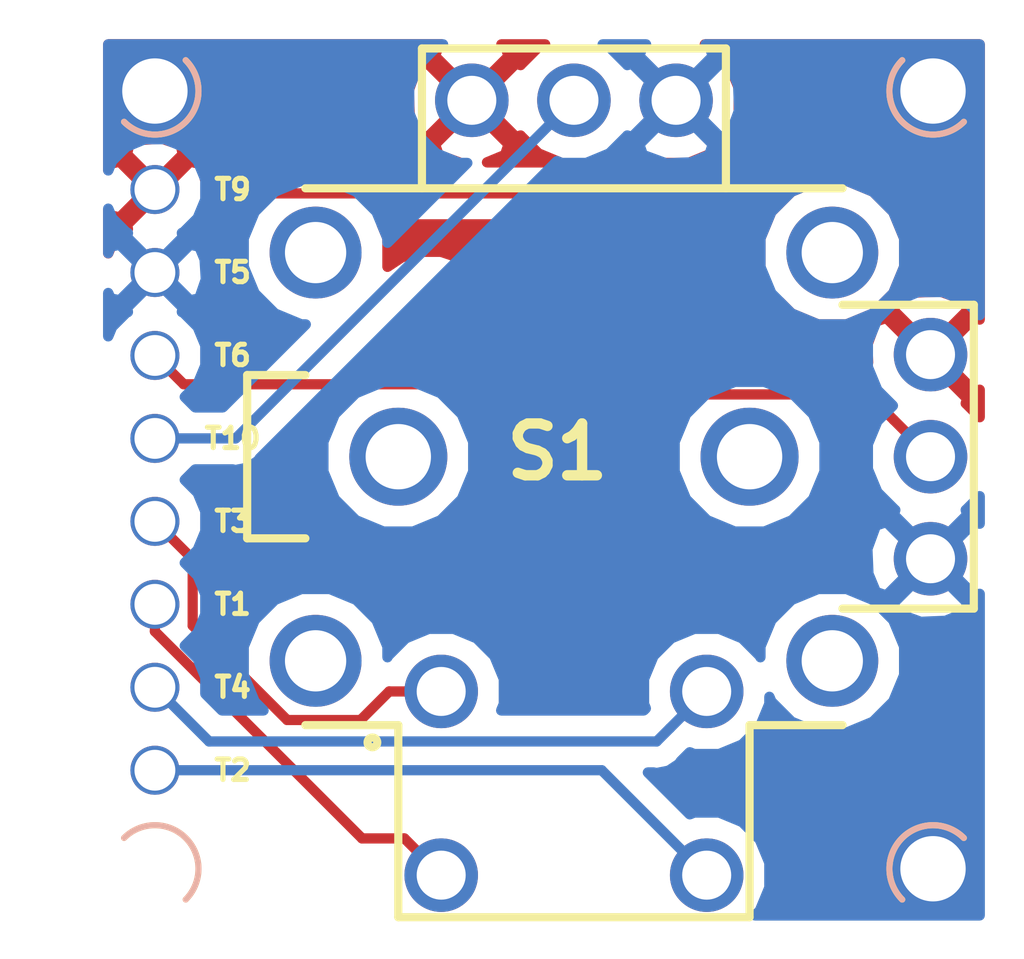
<source format=kicad_pcb>
(kicad_pcb (version 20171130) (host pcbnew "(5.0.1)-3")

  (general
    (thickness 1.6)
    (drawings 13)
    (tracks 30)
    (zones 0)
    (modules 13)
    (nets 9)
  )

  (page User 150.012 110.007)
  (layers
    (0 F.Cu signal)
    (31 B.Cu signal)
    (32 B.Adhes user)
    (33 F.Adhes user)
    (34 B.Paste user)
    (35 F.Paste user)
    (36 B.SilkS user)
    (37 F.SilkS user)
    (38 B.Mask user)
    (39 F.Mask user)
    (40 Dwgs.User user)
    (41 Cmts.User user)
    (42 Eco1.User user)
    (43 Eco2.User user)
    (44 Edge.Cuts user)
    (45 Margin user)
    (46 B.CrtYd user)
    (47 F.CrtYd user)
    (48 B.Fab user)
    (49 F.Fab user)
  )

  (setup
    (last_trace_width 0.25)
    (trace_clearance 0.2)
    (zone_clearance 0.508)
    (zone_45_only no)
    (trace_min 0.2)
    (segment_width 0.2)
    (edge_width 0.15)
    (via_size 0.8)
    (via_drill 0.4)
    (via_min_size 0.4)
    (via_min_drill 0.3)
    (uvia_size 0.3)
    (uvia_drill 0.1)
    (uvias_allowed no)
    (uvia_min_size 0.2)
    (uvia_min_drill 0.1)
    (pcb_text_width 0.3)
    (pcb_text_size 1.5 1.5)
    (mod_edge_width 0.15)
    (mod_text_size 1 1)
    (mod_text_width 0.15)
    (pad_size 1.524 1.524)
    (pad_drill 0.762)
    (pad_to_mask_clearance 0.051)
    (solder_mask_min_width 0.25)
    (aux_axis_origin 0 0)
    (visible_elements FFFFFF7F)
    (pcbplotparams
      (layerselection 0x010fc_ffffffff)
      (usegerberextensions false)
      (usegerberattributes false)
      (usegerberadvancedattributes false)
      (creategerberjobfile false)
      (excludeedgelayer true)
      (linewidth 0.100000)
      (plotframeref false)
      (viasonmask false)
      (mode 1)
      (useauxorigin false)
      (hpglpennumber 1)
      (hpglpenspeed 20)
      (hpglpendiameter 15.000000)
      (psnegative false)
      (psa4output false)
      (plotreference true)
      (plotvalue true)
      (plotinvisibletext false)
      (padsonsilk false)
      (subtractmaskfromsilk false)
      (outputformat 1)
      (mirror false)
      (drillshape 1)
      (scaleselection 1)
      (outputdirectory ""))
  )

  (net 0 "")
  (net 1 /A)
  (net 2 /B)
  (net 3 /C)
  (net 4 /D)
  (net 5 /1_1)
  (net 6 /2_1)
  (net 7 /3_1)
  (net 8 /2_2)

  (net_class Default "This is the default net class."
    (clearance 0.2)
    (trace_width 0.25)
    (via_dia 0.8)
    (via_drill 0.4)
    (uvia_dia 0.3)
    (uvia_drill 0.1)
    (add_net /1_1)
    (add_net /2_1)
    (add_net /2_2)
    (add_net /3_1)
    (add_net /A)
    (add_net /B)
    (add_net /C)
    (add_net /D)
  )

  (module WoodElf_Lib:Mount (layer F.Cu) (tedit 5CD595C9) (tstamp 5CFAB686)
    (at 76.454 30.988 315)
    (fp_text reference Mount (at 0 -1.397 315) (layer F.Fab)
      (effects (font (size 0.5 0.5) (thickness 0.125)))
    )
    (fp_text value Mount (at 0 -1.397 315) (layer F.Fab)
      (effects (font (size 0.5 0.5) (thickness 0.125)))
    )
    (fp_circle (center 0 0) (end 0.799999 0) (layer Dwgs.User) (width 0.05))
    (fp_circle (center 0 0) (end 1.57 0) (layer Dwgs.User) (width 0.055))
    (fp_arc (start 0 0) (end -1.066801 0) (angle -180) (layer F.SilkS) (width 0.15))
    (fp_arc (start 0 0) (end -1.066801 0) (angle -180) (layer B.SilkS) (width 0.15))
    (pad "" np_thru_hole circle (at 0 0 315) (size 1.6 1.6) (drill 1.6) (layers *.Cu *.Mask))
  )

  (module WoodElf_Lib:Mount (layer F.Cu) (tedit 5CD595C9) (tstamp 5CFAC361)
    (at 57.404 30.988 45)
    (fp_text reference Mount (at 0 -1.397 45) (layer F.Fab)
      (effects (font (size 0.5 0.5) (thickness 0.125)))
    )
    (fp_text value Mount (at 0 -1.397 45) (layer F.Fab)
      (effects (font (size 0.5 0.5) (thickness 0.125)))
    )
    (fp_circle (center 0 0) (end 0.799999 0) (layer Dwgs.User) (width 0.05))
    (fp_circle (center 0 0) (end 1.57 0) (layer Dwgs.User) (width 0.055))
    (fp_arc (start 0 0) (end -1.066801 0) (angle -180) (layer F.SilkS) (width 0.15))
    (fp_arc (start 0 0) (end -1.066801 0) (angle -180) (layer B.SilkS) (width 0.15))
    (pad "" np_thru_hole circle (at 0 0 45) (size 1.6 1.6) (drill 1.6) (layers *.Cu *.Mask))
  )

  (module WoodElf_Lib:Mount (layer F.Cu) (tedit 5CD595C9) (tstamp 5CFAC385)
    (at 57.404 50.038 135)
    (fp_text reference Mount (at 0 -1.397 135) (layer F.Fab)
      (effects (font (size 0.5 0.5) (thickness 0.125)))
    )
    (fp_text value Mount (at 0 -1.397 135) (layer F.Fab)
      (effects (font (size 0.5 0.5) (thickness 0.125)))
    )
    (fp_circle (center 0 0) (end 0.799999 0) (layer Dwgs.User) (width 0.05))
    (fp_circle (center 0 0) (end 1.57 0) (layer Dwgs.User) (width 0.055))
    (fp_arc (start 0 0) (end -1.066801 0) (angle -180) (layer F.SilkS) (width 0.15))
    (fp_arc (start 0 0) (end -1.066801 0) (angle -180) (layer B.SilkS) (width 0.15))
    (pad "" np_thru_hole circle (at 0 0 135) (size 1.6 1.6) (drill 1.6) (layers *.Cu *.Mask))
  )

  (module WoodElf_Lib:Mount (layer F.Cu) (tedit 5CD595C9) (tstamp 5CFAC3A1)
    (at 76.454 50.038 225)
    (fp_text reference Mount (at 0 -1.397 225) (layer F.Fab)
      (effects (font (size 0.5 0.5) (thickness 0.125)))
    )
    (fp_text value Mount (at 0 -1.397 225) (layer F.Fab)
      (effects (font (size 0.5 0.5) (thickness 0.125)))
    )
    (fp_circle (center 0 0) (end 0.799999 0) (layer Dwgs.User) (width 0.05))
    (fp_circle (center 0 0) (end 1.57 0) (layer Dwgs.User) (width 0.055))
    (fp_arc (start 0 0) (end -1.066801 0) (angle -180) (layer F.SilkS) (width 0.15))
    (fp_arc (start 0 0) (end -1.066801 0) (angle -180) (layer B.SilkS) (width 0.15))
    (pad "" np_thru_hole circle (at 0 0 225) (size 1.6 1.6) (drill 1.6) (layers *.Cu *.Mask))
  )

  (module SamacSys_Parts:RKJXV1224005 (layer F.Cu) (tedit 5CD58E29) (tstamp 5CFAC4FF)
    (at 67.663001 39.945001)
    (descr RKJXV1224005)
    (tags Switch)
    (path /5CD583E6)
    (fp_text reference S1 (at -0.406 -0.119) (layer F.SilkS)
      (effects (font (size 1.27 1.27) (thickness 0.254)))
    )
    (fp_text value RKJXV1224005 (at -0.406 -0.119) (layer F.SilkS) hide
      (effects (font (size 1.27 1.27) (thickness 0.254)))
    )
    (fp_text user %R (at -0.406 -0.119) (layer F.Fab)
      (effects (font (size 1.27 1.27) (thickness 0.254)))
    )
    (fp_line (start -6.575 -6.575) (end 6.575 -6.575) (layer F.Fab) (width 0.2))
    (fp_line (start 6.575 -6.575) (end 6.575 6.575) (layer F.Fab) (width 0.2))
    (fp_line (start 6.575 6.575) (end -6.575 6.575) (layer F.Fab) (width 0.2))
    (fp_line (start -6.575 6.575) (end -6.575 -6.575) (layer F.Fab) (width 0.2))
    (fp_line (start 6.575 -3.721) (end 9.79 -3.721) (layer F.Fab) (width 0.2))
    (fp_line (start 9.79 -3.721) (end 9.79 3.721) (layer F.Fab) (width 0.2))
    (fp_line (start 9.79 3.721) (end 6.575 3.721) (layer F.Fab) (width 0.2))
    (fp_line (start 3.721 -6.575) (end 3.721 -10) (layer F.Fab) (width 0.2))
    (fp_line (start 3.721 -10) (end -3.721 -10) (layer F.Fab) (width 0.2))
    (fp_line (start -3.721 -10) (end -3.721 -6.575) (layer F.Fab) (width 0.2))
    (fp_line (start -6.575 -2) (end -8 -2) (layer F.Fab) (width 0.2))
    (fp_line (start -8 -2) (end -8 2) (layer F.Fab) (width 0.2))
    (fp_line (start -8 2) (end -6.575 2) (layer F.Fab) (width 0.2))
    (fp_line (start -4.3 6.575) (end -4.3 11.28) (layer F.Fab) (width 0.2))
    (fp_line (start -4.3 11.28) (end 4.3 11.28) (layer F.Fab) (width 0.2))
    (fp_line (start 4.3 11.28) (end 4.3 6.575) (layer F.Fab) (width 0.2))
    (fp_line (start -4.3 6.575) (end -4.3 11.28) (layer F.SilkS) (width 0.2))
    (fp_line (start -4.3 11.28) (end 4.3 11.28) (layer F.SilkS) (width 0.2))
    (fp_line (start 4.3 11.28) (end 4.3 6.575) (layer F.SilkS) (width 0.2))
    (fp_line (start 4.3 6.575) (end 6.575 6.575) (layer F.SilkS) (width 0.2))
    (fp_line (start -6.575 -6.575) (end 6.575 -6.575) (layer F.SilkS) (width 0.2))
    (fp_line (start 3.721 -6.575) (end 3.721 -10) (layer F.SilkS) (width 0.2))
    (fp_line (start 3.721 -10) (end -3.721 -10) (layer F.SilkS) (width 0.2))
    (fp_line (start -3.721 -10) (end -3.721 -6.575) (layer F.SilkS) (width 0.2))
    (fp_line (start -6.575 -2) (end -8 -2) (layer F.SilkS) (width 0.2))
    (fp_line (start -8 -2) (end -8 2) (layer F.SilkS) (width 0.2))
    (fp_line (start -8 2) (end -6.575 2) (layer F.SilkS) (width 0.2))
    (fp_line (start 6.575 -3.721) (end 9.79 -3.721) (layer F.SilkS) (width 0.2))
    (fp_line (start 9.79 -3.721) (end 9.79 3.721) (layer F.SilkS) (width 0.2))
    (fp_line (start 9.79 3.721) (end 6.575 3.721) (layer F.SilkS) (width 0.2))
    (fp_line (start -4.3 6.575) (end -6.575 6.575) (layer F.SilkS) (width 0.2))
    (fp_circle (center -4.934 6.998) (end -4.934 7.1174) (layer F.SilkS) (width 0.2))
    (pad 1 thru_hole circle (at -3.25 5.75) (size 1.8 1.8) (drill 1.2) (layers *.Cu *.Mask)
      (net 1 /A))
    (pad 2 thru_hole circle (at -3.25 10.25) (size 1.8 1.8) (drill 1.2) (layers *.Cu *.Mask)
      (net 2 /B))
    (pad 3 thru_hole circle (at 3.25 5.75) (size 1.8 1.8) (drill 1.2) (layers *.Cu *.Mask)
      (net 3 /C))
    (pad 4 thru_hole circle (at 3.25 10.25) (size 1.8 1.8) (drill 1.2) (layers *.Cu *.Mask)
      (net 4 /D))
    (pad 5 thru_hole circle (at 8.73 2.5) (size 1.8 1.8) (drill 1.2) (layers *.Cu *.Mask)
      (net 5 /1_1))
    (pad 6 thru_hole circle (at 8.73 0) (size 1.8 1.8) (drill 1.2) (layers *.Cu *.Mask)
      (net 6 /2_1))
    (pad 7 thru_hole circle (at 8.73 -2.5) (size 1.8 1.8) (drill 1.2) (layers *.Cu *.Mask)
      (net 7 /3_1))
    (pad 8 thru_hole circle (at 2.5 -8.73) (size 1.8 1.8) (drill 1.2) (layers *.Cu *.Mask)
      (net 5 /1_1))
    (pad 9 thru_hole circle (at 0 -8.73) (size 1.8 1.8) (drill 1.2) (layers *.Cu *.Mask)
      (net 8 /2_2))
    (pad 10 thru_hole circle (at -2.5 -8.73) (size 1.8 1.8) (drill 1.2) (layers *.Cu *.Mask)
      (net 7 /3_1))
    (pad 11 thru_hole circle (at -6.325 -5) (size 2.25 2.25) (drill 1.5) (layers *.Cu *.Mask))
    (pad 12 thru_hole circle (at 6.325 -5) (size 2.25 2.25) (drill 1.5) (layers *.Cu *.Mask))
    (pad 13 thru_hole circle (at -4.3 0) (size 2.4 2.4) (drill 1.6) (layers *.Cu *.Mask))
    (pad 14 thru_hole circle (at 4.3 0) (size 2.4 2.4) (drill 1.6) (layers *.Cu *.Mask))
    (pad 15 thru_hole circle (at -6.325 5) (size 2.25 2.25) (drill 1.5) (layers *.Cu *.Mask))
    (pad 16 thru_hole circle (at 6.325 5) (size 2.25 2.25) (drill 1.5) (layers *.Cu *.Mask))
  )

  (module WoodElf_Lib:BlankThrough-Hole (layer F.Cu) (tedit 5C6FDFA1) (tstamp 5CEE8A45)
    (at 57.404 43.561)
    (path /5CD58818)
    (fp_text reference T1 (at 1.905 0) (layer F.SilkS)
      (effects (font (size 0.5 0.5) (thickness 0.125)))
    )
    (fp_text value BlankThrough-Hole (at 0 -1.016) (layer F.Fab)
      (effects (font (size 0.5 0.5) (thickness 0.125)))
    )
    (pad 1 thru_hole circle (at 0 0) (size 1.2 1.2) (drill 1) (layers *.Cu *.Mask)
      (net 2 /B) (solder_mask_margin 0.1) (clearance 0.1))
  )

  (module WoodElf_Lib:BlankThrough-Hole (layer F.Cu) (tedit 5C6FDFA1) (tstamp 5CEE8A4A)
    (at 57.404 47.625)
    (path /5CD58A3A)
    (fp_text reference T2 (at 1.905 0) (layer F.SilkS)
      (effects (font (size 0.5 0.5) (thickness 0.125)))
    )
    (fp_text value BlankThrough-Hole (at 0 -1.016) (layer F.Fab)
      (effects (font (size 0.5 0.5) (thickness 0.125)))
    )
    (pad 1 thru_hole circle (at 0 0) (size 1.2 1.2) (drill 1) (layers *.Cu *.Mask)
      (net 4 /D) (solder_mask_margin 0.1) (clearance 0.1))
  )

  (module WoodElf_Lib:BlankThrough-Hole (layer F.Cu) (tedit 5C6FDFA1) (tstamp 5CEE8A4F)
    (at 57.404 41.529)
    (path /5CD585D1)
    (fp_text reference T3 (at 1.905 0) (layer F.SilkS)
      (effects (font (size 0.5 0.5) (thickness 0.125)))
    )
    (fp_text value BlankThrough-Hole (at 0 -1.016) (layer F.Fab)
      (effects (font (size 0.5 0.5) (thickness 0.125)))
    )
    (pad 1 thru_hole circle (at 0 0) (size 1.2 1.2) (drill 1) (layers *.Cu *.Mask)
      (net 1 /A) (solder_mask_margin 0.1) (clearance 0.1))
  )

  (module WoodElf_Lib:BlankThrough-Hole (layer F.Cu) (tedit 5C6FDFA1) (tstamp 5CEE8A54)
    (at 57.404 45.593)
    (path /5CD58A34)
    (fp_text reference T4 (at 1.905 0) (layer F.SilkS)
      (effects (font (size 0.5 0.5) (thickness 0.125)))
    )
    (fp_text value BlankThrough-Hole (at 0 -1.016) (layer F.Fab)
      (effects (font (size 0.5 0.5) (thickness 0.125)))
    )
    (pad 1 thru_hole circle (at 0 0) (size 1.2 1.2) (drill 1) (layers *.Cu *.Mask)
      (net 3 /C) (solder_mask_margin 0.1) (clearance 0.1))
  )

  (module WoodElf_Lib:BlankThrough-Hole (layer F.Cu) (tedit 5CD59309) (tstamp 5CFACCCD)
    (at 57.404 35.433)
    (path /5CD58A4A)
    (fp_text reference T5 (at 1.905 0) (layer F.SilkS)
      (effects (font (size 0.5 0.5) (thickness 0.125)))
    )
    (fp_text value BlankThrough-Hole (at 0 -1.016) (layer F.Fab)
      (effects (font (size 0.5 0.5) (thickness 0.125)))
    )
    (pad 1 thru_hole circle (at 0 0) (size 1.2 1.2) (drill 1) (layers *.Cu *.Mask)
      (net 5 /1_1) (solder_mask_margin 0.1) (clearance 0.1))
  )

  (module WoodElf_Lib:BlankThrough-Hole (layer F.Cu) (tedit 5C6FDFA1) (tstamp 5CFAC3E1)
    (at 57.404 37.465)
    (path /5CD584A1)
    (fp_text reference T6 (at 1.905 0) (layer F.SilkS)
      (effects (font (size 0.5 0.5) (thickness 0.125)))
    )
    (fp_text value BlankThrough-Hole (at 0 -1.016) (layer F.Fab)
      (effects (font (size 0.5 0.5) (thickness 0.125)))
    )
    (pad 1 thru_hole circle (at 0 0) (size 1.2 1.2) (drill 1) (layers *.Cu *.Mask)
      (net 6 /2_1) (solder_mask_margin 0.1) (clearance 0.1))
  )

  (module WoodElf_Lib:BlankThrough-Hole (layer F.Cu) (tedit 5C6FDFA1) (tstamp 5CEE8A6D)
    (at 57.404 33.401)
    (path /5CD58543)
    (fp_text reference T9 (at 1.905 0) (layer F.SilkS)
      (effects (font (size 0.5 0.5) (thickness 0.125)))
    )
    (fp_text value BlankThrough-Hole (at 0 -1.016) (layer F.Fab)
      (effects (font (size 0.5 0.5) (thickness 0.125)))
    )
    (pad 1 thru_hole circle (at 0 0) (size 1.2 1.2) (drill 1) (layers *.Cu *.Mask)
      (net 7 /3_1) (solder_mask_margin 0.1) (clearance 0.1))
  )

  (module WoodElf_Lib:BlankThrough-Hole (layer F.Cu) (tedit 5C6FDFA1) (tstamp 5CEE8A72)
    (at 57.404 39.497)
    (path /5CD585A6)
    (fp_text reference T10 (at 1.905 0) (layer F.SilkS)
      (effects (font (size 0.5 0.5) (thickness 0.125)))
    )
    (fp_text value BlankThrough-Hole (at 0 -1.016) (layer F.Fab)
      (effects (font (size 0.5 0.5) (thickness 0.125)))
    )
    (pad 1 thru_hole circle (at 0 0) (size 1.2 1.2) (drill 1) (layers *.Cu *.Mask)
      (net 8 /2_2) (solder_mask_margin 0.1) (clearance 0.1))
  )

  (gr_line (start 66.929 29.718) (end 77.724 29.718) (layer Dwgs.User) (width 0.2) (tstamp 5CFAC56B))
  (gr_line (start 77.724 51.308) (end 77.724 29.718) (layer Dwgs.User) (width 0.2) (tstamp 5CFAC271))
  (gr_line (start 77.724 51.308) (end 56.134 51.308) (layer Dwgs.User) (width 0.2) (tstamp 5CFAC26B))
  (gr_line (start 56.134 29.718) (end 56.134 51.308) (layer Dwgs.User) (width 0.2) (tstamp 5CFAC7FB))
  (gr_line (start 56.134 29.718) (end 66.929 29.718) (layer Dwgs.User) (width 0.2))
  (gr_circle (center 64.135 43.434) (end 65.435 43.434) (layer F.Fab) (width 0.2) (tstamp 5CFAC586))
  (gr_circle (center 71.1835 43.434) (end 72.4835 43.434) (layer F.Fab) (width 0.2) (tstamp 5CFAC589))
  (gr_circle (center 71.1835 36.449) (end 72.4835 36.449) (layer F.Fab) (width 0.2) (tstamp 5CFAC58C))
  (gr_circle (center 64.135 36.449) (end 65.435 36.449) (layer F.Fab) (width 0.2) (tstamp 5CFAC57D))
  (gr_line (start 68.707 46.609) (end 68.707 41.5925) (layer F.Fab) (width 0.2) (tstamp 5CFAC580))
  (gr_circle (center 67.6275 47.9425) (end 69.3775 47.9425) (layer F.Fab) (width 0.2) (tstamp 5CFAC583))
  (gr_circle (center 67.6275 39.9415) (end 69.6275 39.9415) (layer F.Fab) (width 0.2) (tstamp 5CFAC57A))
  (gr_line (start 66.548 41.529) (end 66.4845 46.6725) (layer F.Fab) (width 0.2) (tstamp 5CFAC577))

  (segment (start 63.140209 45.695001) (end 64.413001 45.695001) (width 0.25) (layer F.Cu) (net 1))
  (segment (start 62.440208 46.395002) (end 63.140209 45.695001) (width 0.25) (layer F.Cu) (net 1))
  (segment (start 60.642 46.395002) (end 62.440208 46.395002) (width 0.25) (layer F.Cu) (net 1))
  (segment (start 58.329001 44.082003) (end 60.642 46.395002) (width 0.25) (layer F.Cu) (net 1))
  (segment (start 58.329001 42.454001) (end 58.329001 44.082003) (width 0.25) (layer F.Cu) (net 1))
  (segment (start 57.404 41.529) (end 58.329001 42.454001) (width 0.25) (layer F.Cu) (net 1))
  (segment (start 63.513002 49.295002) (end 64.413001 50.195001) (width 0.25) (layer F.Cu) (net 2))
  (segment (start 62.475004 49.295002) (end 63.513002 49.295002) (width 0.25) (layer F.Cu) (net 2))
  (segment (start 57.404 44.223998) (end 62.475004 49.295002) (width 0.25) (layer F.Cu) (net 2))
  (segment (start 57.404 43.561) (end 57.404 44.223998) (width 0.25) (layer F.Cu) (net 2))
  (segment (start 70.013002 46.595) (end 70.913001 45.695001) (width 0.25) (layer B.Cu) (net 3))
  (segment (start 69.688 46.920002) (end 70.013002 46.595) (width 0.25) (layer B.Cu) (net 3))
  (segment (start 58.731002 46.920002) (end 69.688 46.920002) (width 0.25) (layer B.Cu) (net 3))
  (segment (start 57.404 45.593) (end 58.731002 46.920002) (width 0.25) (layer B.Cu) (net 3))
  (segment (start 68.343 47.625) (end 70.913001 50.195001) (width 0.25) (layer B.Cu) (net 4))
  (segment (start 57.404 47.625) (end 68.343 47.625) (width 0.25) (layer B.Cu) (net 4))
  (segment (start 69.263002 32.115) (end 70.163001 31.215001) (width 0.25) (layer F.Cu) (net 5))
  (segment (start 67.883002 33.495) (end 69.263002 32.115) (width 0.25) (layer F.Cu) (net 5))
  (segment (start 59.342 33.495) (end 67.883002 33.495) (width 0.25) (layer F.Cu) (net 5))
  (segment (start 57.404 35.433) (end 59.342 33.495) (width 0.25) (layer F.Cu) (net 5))
  (segment (start 74.868 38.42) (end 75.493002 39.045002) (width 0.25) (layer F.Cu) (net 6))
  (segment (start 70.666453 38.42) (end 74.868 38.42) (width 0.25) (layer F.Cu) (net 6))
  (segment (start 69.767443 37.52099) (end 70.666453 38.42) (width 0.25) (layer F.Cu) (net 6))
  (segment (start 66.540374 37.52099) (end 69.767443 37.52099) (width 0.25) (layer F.Cu) (net 6))
  (segment (start 65.890354 38.17101) (end 66.540374 37.52099) (width 0.25) (layer F.Cu) (net 6))
  (segment (start 58.11001 38.17101) (end 65.890354 38.17101) (width 0.25) (layer F.Cu) (net 6))
  (segment (start 75.493002 39.045002) (end 76.393001 39.945001) (width 0.25) (layer F.Cu) (net 6))
  (segment (start 57.404 37.465) (end 58.11001 38.17101) (width 0.25) (layer F.Cu) (net 6))
  (segment (start 59.381002 39.497) (end 67.663001 31.215001) (width 0.25) (layer B.Cu) (net 8))
  (segment (start 57.404 39.497) (end 59.381002 39.497) (width 0.25) (layer B.Cu) (net 8))

  (zone (net 7) (net_name /3_1) (layer F.Cu) (tstamp 0) (hatch edge 0.508)
    (connect_pads (clearance 0.508))
    (min_thickness 0.254)
    (fill yes (arc_segments 16) (thermal_gap 0.508) (thermal_bridge_width 0.508))
    (polygon
      (pts
        (xy 77.724 51.308) (xy 56.134 51.308) (xy 56.134 29.718) (xy 77.724 29.718)
      )
    )
    (filled_polygon
      (pts
        (xy 77.597 36.586167) (xy 77.47316 36.544447) (xy 76.572606 37.445001) (xy 77.47316 38.345555) (xy 77.597 38.303835)
        (xy 77.597 38.978183) (xy 77.262508 38.643691) (xy 77.254711 38.640462) (xy 77.293555 38.52516) (xy 76.393001 37.624606)
        (xy 76.378859 37.638749) (xy 76.199254 37.459144) (xy 76.213396 37.445001) (xy 75.312842 36.544447) (xy 75.056358 36.630853)
        (xy 74.846543 37.204337) (xy 74.865075 37.645694) (xy 74.793153 37.66) (xy 72.139541 37.66) (xy 72.273536 37.57067)
        (xy 72.308759 37.535447) (xy 72.562759 37.154447) (xy 72.577572 37.124161) (xy 72.704572 36.743161) (xy 72.711089 36.703)
        (xy 72.711089 36.195) (xy 72.704572 36.154839) (xy 72.702447 36.148462) (xy 72.991041 36.437057) (xy 73.637915 36.705001)
        (xy 74.338087 36.705001) (xy 74.984961 36.437057) (xy 75.057176 36.364842) (xy 75.492447 36.364842) (xy 76.393001 37.265396)
        (xy 77.293555 36.364842) (xy 77.207149 36.108358) (xy 76.633665 35.898543) (xy 76.023541 35.924162) (xy 75.578853 36.108358)
        (xy 75.492447 36.364842) (xy 75.057176 36.364842) (xy 75.480057 35.941961) (xy 75.748001 35.295087) (xy 75.748001 34.594915)
        (xy 75.480057 33.948041) (xy 74.984961 33.452945) (xy 74.338087 33.185001) (xy 73.637915 33.185001) (xy 72.991041 33.452945)
        (xy 72.495945 33.948041) (xy 72.228001 34.594915) (xy 72.228001 35.295087) (xy 72.22908 35.297693) (xy 71.892536 35.07333)
        (xy 71.86225 35.058517) (xy 71.48125 34.931517) (xy 71.441089 34.925) (xy 70.933089 34.925) (xy 70.892928 34.931517)
        (xy 70.511928 35.058517) (xy 70.481642 35.07333) (xy 70.100642 35.32733) (xy 70.065419 35.362553) (xy 69.811419 35.743553)
        (xy 69.796606 35.773839) (xy 69.669606 36.154839) (xy 69.663089 36.195) (xy 69.663089 36.703) (xy 69.669606 36.743161)
        (xy 69.675549 36.76099) (xy 66.61522 36.76099) (xy 66.540373 36.746102) (xy 66.465526 36.76099) (xy 66.465522 36.76099)
        (xy 66.243837 36.805086) (xy 65.992445 36.973061) (xy 65.950045 37.036517) (xy 65.575553 37.41101) (xy 65.339628 37.41101)
        (xy 65.51067 37.154447) (xy 65.525483 37.124161) (xy 65.652483 36.743161) (xy 65.659 36.703) (xy 65.659 36.195)
        (xy 65.652483 36.154839) (xy 65.525483 35.773839) (xy 65.51067 35.743553) (xy 65.25667 35.362553) (xy 65.221447 35.32733)
        (xy 64.840447 35.07333) (xy 64.810161 35.058517) (xy 64.429161 34.931517) (xy 64.389 34.925) (xy 63.881 34.925)
        (xy 63.840839 34.931517) (xy 63.459839 35.058517) (xy 63.429553 35.07333) (xy 63.098001 35.294365) (xy 63.098001 34.594915)
        (xy 62.957204 34.255) (xy 67.808155 34.255) (xy 67.883002 34.269888) (xy 67.957849 34.255) (xy 67.957854 34.255)
        (xy 68.179539 34.210904) (xy 68.430931 34.042929) (xy 68.473333 33.97947) (xy 69.748163 32.704641) (xy 69.857671 32.750001)
        (xy 70.468331 32.750001) (xy 71.032508 32.516311) (xy 71.464311 32.084508) (xy 71.698001 31.520331) (xy 71.698001 30.909671)
        (xy 71.464311 30.345494) (xy 71.032508 29.913691) (xy 70.866673 29.845) (xy 77.597 29.845)
      )
    )
    (filled_polygon
      (pts
        (xy 64.348853 29.878358) (xy 64.262447 30.134842) (xy 65.163001 31.035396) (xy 66.063555 30.134842) (xy 65.977149 29.878358)
        (xy 65.885972 29.845) (xy 66.959329 29.845) (xy 66.793494 29.913691) (xy 66.361691 30.345494) (xy 66.358462 30.353291)
        (xy 66.24316 30.314447) (xy 65.342606 31.215001) (xy 66.24316 32.115555) (xy 66.358462 32.076711) (xy 66.361691 32.084508)
        (xy 66.793494 32.516311) (xy 67.321455 32.735) (xy 65.534489 32.735) (xy 65.977149 32.551644) (xy 66.063555 32.29516)
        (xy 65.163001 31.394606) (xy 64.262447 32.29516) (xy 64.348853 32.551644) (xy 64.850017 32.735) (xy 59.416847 32.735)
        (xy 59.342 32.720112) (xy 59.267153 32.735) (xy 59.267148 32.735) (xy 59.045463 32.779096) (xy 58.794071 32.947071)
        (xy 58.751671 33.010527) (xy 58.625042 33.137156) (xy 58.621482 33.079587) (xy 58.492164 32.767383) (xy 58.266735 32.71787)
        (xy 57.583605 33.401) (xy 57.597748 33.415143) (xy 57.418143 33.594748) (xy 57.404 33.580605) (xy 56.72087 34.263735)
        (xy 56.744117 34.369578) (xy 56.704429 34.386018) (xy 56.357018 34.733429) (xy 56.261 34.965236) (xy 56.261 33.90223)
        (xy 56.315836 34.034617) (xy 56.541265 34.08413) (xy 57.224395 33.401) (xy 56.541265 32.71787) (xy 56.315836 32.767383)
        (xy 56.261 32.926987) (xy 56.261 32.538265) (xy 56.72087 32.538265) (xy 57.404 33.221395) (xy 58.08713 32.538265)
        (xy 58.037617 32.312836) (xy 57.572964 32.153193) (xy 57.082587 32.183518) (xy 56.770383 32.312836) (xy 56.72087 32.538265)
        (xy 56.261 32.538265) (xy 56.261 30.974337) (xy 63.616543 30.974337) (xy 63.642162 31.584461) (xy 63.826358 32.029149)
        (xy 64.082842 32.115555) (xy 64.983396 31.215001) (xy 64.082842 30.314447) (xy 63.826358 30.400853) (xy 63.616543 30.974337)
        (xy 56.261 30.974337) (xy 56.261 29.845) (xy 64.429386 29.845)
      )
    )
  )
  (zone (net 5) (net_name /1_1) (layer B.Cu) (tstamp 0) (hatch edge 0.508)
    (connect_pads (clearance 0.508))
    (min_thickness 0.254)
    (fill yes (arc_segments 16) (thermal_gap 0.508) (thermal_bridge_width 0.508))
    (polygon
      (pts
        (xy 56.134 29.718) (xy 77.724 29.718) (xy 77.724 51.308) (xy 56.134 51.308)
      )
    )
    (filled_polygon
      (pts
        (xy 69.348853 29.878358) (xy 69.262447 30.134842) (xy 70.163001 31.035396) (xy 71.063555 30.134842) (xy 70.977149 29.878358)
        (xy 70.885972 29.845) (xy 77.597 29.845) (xy 77.597 36.478183) (xy 77.262508 36.143691) (xy 76.698331 35.910001)
        (xy 76.087671 35.910001) (xy 75.523494 36.143691) (xy 75.091691 36.575494) (xy 74.858001 37.139671) (xy 74.858001 37.750331)
        (xy 75.091691 38.314508) (xy 75.472184 38.695001) (xy 75.091691 39.075494) (xy 74.858001 39.639671) (xy 74.858001 40.250331)
        (xy 75.091691 40.814508) (xy 75.523494 41.246311) (xy 75.531291 41.24954) (xy 75.492447 41.364842) (xy 76.393001 42.265396)
        (xy 77.293555 41.364842) (xy 77.254711 41.24954) (xy 77.262508 41.246311) (xy 77.597 40.911819) (xy 77.597 41.586167)
        (xy 77.47316 41.544447) (xy 76.572606 42.445001) (xy 77.47316 43.345555) (xy 77.597 43.303835) (xy 77.597 51.181)
        (xy 72.097819 51.181) (xy 72.214311 51.064508) (xy 72.448001 50.500331) (xy 72.448001 49.889671) (xy 72.214311 49.325494)
        (xy 71.782508 48.893691) (xy 71.218331 48.660001) (xy 70.607671 48.660001) (xy 70.498163 48.705361) (xy 69.472803 47.680002)
        (xy 69.613153 47.680002) (xy 69.688 47.69489) (xy 69.762847 47.680002) (xy 69.762852 47.680002) (xy 69.984537 47.635906)
        (xy 70.235929 47.467931) (xy 70.278331 47.404472) (xy 70.498162 47.184641) (xy 70.607671 47.230001) (xy 71.218331 47.230001)
        (xy 71.782508 46.996311) (xy 72.214311 46.564508) (xy 72.448001 46.000331) (xy 72.448001 45.826214) (xy 72.495945 45.941961)
        (xy 72.991041 46.437057) (xy 73.637915 46.705001) (xy 74.338087 46.705001) (xy 74.984961 46.437057) (xy 75.480057 45.941961)
        (xy 75.748001 45.295087) (xy 75.748001 44.594915) (xy 75.480057 43.948041) (xy 75.057176 43.52516) (xy 75.492447 43.52516)
        (xy 75.578853 43.781644) (xy 76.152337 43.991459) (xy 76.762461 43.96584) (xy 77.207149 43.781644) (xy 77.293555 43.52516)
        (xy 76.393001 42.624606) (xy 75.492447 43.52516) (xy 75.057176 43.52516) (xy 74.984961 43.452945) (xy 74.338087 43.185001)
        (xy 73.637915 43.185001) (xy 72.991041 43.452945) (xy 72.495945 43.948041) (xy 72.228001 44.594915) (xy 72.228001 44.858545)
        (xy 72.214311 44.825494) (xy 71.782508 44.393691) (xy 71.218331 44.160001) (xy 70.607671 44.160001) (xy 70.043494 44.393691)
        (xy 69.611691 44.825494) (xy 69.378001 45.389671) (xy 69.378001 46.000331) (xy 69.423361 46.10984) (xy 69.373199 46.160002)
        (xy 65.881863 46.160002) (xy 65.948001 46.000331) (xy 65.948001 45.389671) (xy 65.714311 44.825494) (xy 65.282508 44.393691)
        (xy 64.718331 44.160001) (xy 64.107671 44.160001) (xy 63.543494 44.393691) (xy 63.111691 44.825494) (xy 63.098001 44.858545)
        (xy 63.098001 44.594915) (xy 62.830057 43.948041) (xy 62.334961 43.452945) (xy 61.688087 43.185001) (xy 60.987915 43.185001)
        (xy 60.341041 43.452945) (xy 59.845945 43.948041) (xy 59.578001 44.594915) (xy 59.578001 45.295087) (xy 59.845945 45.941961)
        (xy 60.063986 46.160002) (xy 59.045804 46.160002) (xy 58.639 45.753198) (xy 58.639 45.347343) (xy 58.450982 44.893429)
        (xy 58.134553 44.577) (xy 58.450982 44.260571) (xy 58.639 43.806657) (xy 58.639 43.315343) (xy 58.450982 42.861429)
        (xy 58.134553 42.545) (xy 58.450982 42.228571) (xy 58.46102 42.204337) (xy 74.846543 42.204337) (xy 74.872162 42.814461)
        (xy 75.056358 43.259149) (xy 75.312842 43.345555) (xy 76.213396 42.445001) (xy 75.312842 41.544447) (xy 75.056358 41.630853)
        (xy 74.846543 42.204337) (xy 58.46102 42.204337) (xy 58.639 41.774657) (xy 58.639 41.283343) (xy 58.450982 40.829429)
        (xy 58.134553 40.513) (xy 58.390553 40.257) (xy 59.306155 40.257) (xy 59.381002 40.271888) (xy 59.455849 40.257)
        (xy 59.455854 40.257) (xy 59.677539 40.212904) (xy 59.928931 40.044929) (xy 59.971333 39.98147) (xy 60.372806 39.579997)
        (xy 61.528001 39.579997) (xy 61.528001 40.310005) (xy 61.807363 40.984445) (xy 62.323557 41.500639) (xy 62.997997 41.780001)
        (xy 63.728005 41.780001) (xy 64.402445 41.500639) (xy 64.918639 40.984445) (xy 65.198001 40.310005) (xy 65.198001 39.579997)
        (xy 70.128001 39.579997) (xy 70.128001 40.310005) (xy 70.407363 40.984445) (xy 70.923557 41.500639) (xy 71.597997 41.780001)
        (xy 72.328005 41.780001) (xy 73.002445 41.500639) (xy 73.518639 40.984445) (xy 73.798001 40.310005) (xy 73.798001 39.579997)
        (xy 73.518639 38.905557) (xy 73.002445 38.389363) (xy 72.328005 38.110001) (xy 71.597997 38.110001) (xy 70.923557 38.389363)
        (xy 70.407363 38.905557) (xy 70.128001 39.579997) (xy 65.198001 39.579997) (xy 64.918639 38.905557) (xy 64.402445 38.389363)
        (xy 63.728005 38.110001) (xy 62.997997 38.110001) (xy 62.323557 38.389363) (xy 61.807363 38.905557) (xy 61.528001 39.579997)
        (xy 60.372806 39.579997) (xy 65.357888 34.594915) (xy 72.228001 34.594915) (xy 72.228001 35.295087) (xy 72.495945 35.941961)
        (xy 72.991041 36.437057) (xy 73.637915 36.705001) (xy 74.338087 36.705001) (xy 74.984961 36.437057) (xy 75.480057 35.941961)
        (xy 75.748001 35.295087) (xy 75.748001 34.594915) (xy 75.480057 33.948041) (xy 74.984961 33.452945) (xy 74.338087 33.185001)
        (xy 73.637915 33.185001) (xy 72.991041 33.452945) (xy 72.495945 33.948041) (xy 72.228001 34.594915) (xy 65.357888 34.594915)
        (xy 67.248163 32.704641) (xy 67.357671 32.750001) (xy 67.968331 32.750001) (xy 68.532508 32.516311) (xy 68.753659 32.29516)
        (xy 69.262447 32.29516) (xy 69.348853 32.551644) (xy 69.922337 32.761459) (xy 70.532461 32.73584) (xy 70.977149 32.551644)
        (xy 71.063555 32.29516) (xy 70.163001 31.394606) (xy 69.262447 32.29516) (xy 68.753659 32.29516) (xy 68.964311 32.084508)
        (xy 68.96754 32.076711) (xy 69.082842 32.115555) (xy 69.983396 31.215001) (xy 70.342606 31.215001) (xy 71.24316 32.115555)
        (xy 71.499644 32.029149) (xy 71.709459 31.455665) (xy 71.68384 30.845541) (xy 71.499644 30.400853) (xy 71.24316 30.314447)
        (xy 70.342606 31.215001) (xy 69.983396 31.215001) (xy 69.082842 30.314447) (xy 68.96754 30.353291) (xy 68.964311 30.345494)
        (xy 68.532508 29.913691) (xy 68.366673 29.845) (xy 69.429386 29.845)
      )
    )
    (filled_polygon
      (pts
        (xy 64.293494 29.913691) (xy 63.861691 30.345494) (xy 63.628001 30.909671) (xy 63.628001 31.520331) (xy 63.861691 32.084508)
        (xy 64.293494 32.516311) (xy 64.857671 32.750001) (xy 65.053199 32.750001) (xy 63.098001 34.705199) (xy 63.098001 34.594915)
        (xy 62.830057 33.948041) (xy 62.334961 33.452945) (xy 61.688087 33.185001) (xy 60.987915 33.185001) (xy 60.341041 33.452945)
        (xy 59.845945 33.948041) (xy 59.578001 34.594915) (xy 59.578001 35.295087) (xy 59.845945 35.941961) (xy 60.341041 36.437057)
        (xy 60.987915 36.705001) (xy 61.098199 36.705001) (xy 59.066201 38.737) (xy 58.390553 38.737) (xy 58.134553 38.481)
        (xy 58.450982 38.164571) (xy 58.639 37.710657) (xy 58.639 37.219343) (xy 58.450982 36.765429) (xy 58.103571 36.418018)
        (xy 58.063883 36.401578) (xy 58.08713 36.295735) (xy 57.404 35.612605) (xy 56.72087 36.295735) (xy 56.744117 36.401578)
        (xy 56.704429 36.418018) (xy 56.357018 36.765429) (xy 56.261 36.997236) (xy 56.261 35.93423) (xy 56.315836 36.066617)
        (xy 56.541265 36.11613) (xy 57.224395 35.433) (xy 57.583605 35.433) (xy 58.266735 36.11613) (xy 58.492164 36.066617)
        (xy 58.651807 35.601964) (xy 58.621482 35.111587) (xy 58.492164 34.799383) (xy 58.266735 34.74987) (xy 57.583605 35.433)
        (xy 57.224395 35.433) (xy 56.541265 34.74987) (xy 56.315836 34.799383) (xy 56.261 34.958987) (xy 56.261 33.868764)
        (xy 56.357018 34.100571) (xy 56.704429 34.447982) (xy 56.744117 34.464422) (xy 56.72087 34.570265) (xy 57.404 35.253395)
        (xy 58.08713 34.570265) (xy 58.063883 34.464422) (xy 58.103571 34.447982) (xy 58.450982 34.100571) (xy 58.639 33.646657)
        (xy 58.639 33.155343) (xy 58.450982 32.701429) (xy 58.103571 32.354018) (xy 57.649657 32.166) (xy 57.158343 32.166)
        (xy 56.704429 32.354018) (xy 56.357018 32.701429) (xy 56.261 32.933236) (xy 56.261 29.845) (xy 64.459329 29.845)
      )
    )
  )
  (zone (net 0) (net_name "") (layer F.Cu) (tstamp 0) (hatch edge 0.508)
    (connect_pads (clearance 0.508))
    (min_thickness 0.254)
    (keepout (tracks not_allowed) (vias not_allowed) (copperpour not_allowed))
    (fill (arc_segments 16) (thermal_gap 0.508) (thermal_bridge_width 0.508))
    (polygon
      (pts
        (xy 64.135 35.052) (xy 64.389 35.052) (xy 64.77 35.179) (xy 65.151 35.433) (xy 65.405 35.814)
        (xy 65.532 36.195) (xy 65.532 36.576) (xy 65.532 36.703) (xy 65.405 37.084) (xy 65.151 37.465)
        (xy 64.77 37.719) (xy 64.389 37.846) (xy 63.881 37.846) (xy 63.5 37.719) (xy 63.119 37.465)
        (xy 62.865 37.084) (xy 62.738 36.703) (xy 62.738 36.195) (xy 62.865 35.814) (xy 63.119 35.433)
        (xy 63.5 35.179) (xy 63.881 35.052)
      )
    )
  )
  (zone (net 0) (net_name "") (layer F.Cu) (tstamp 5CFACCA8) (hatch edge 0.508)
    (connect_pads (clearance 0.508))
    (min_thickness 0.254)
    (keepout (tracks not_allowed) (vias not_allowed) (copperpour not_allowed))
    (fill (arc_segments 16) (thermal_gap 0.508) (thermal_bridge_width 0.508))
    (polygon
      (pts
        (xy 71.187089 35.052) (xy 71.441089 35.052) (xy 71.822089 35.179) (xy 72.203089 35.433) (xy 72.457089 35.814)
        (xy 72.584089 36.195) (xy 72.584089 36.576) (xy 72.584089 36.703) (xy 72.457089 37.084) (xy 72.203089 37.465)
        (xy 71.822089 37.719) (xy 71.441089 37.846) (xy 70.933089 37.846) (xy 70.552089 37.719) (xy 70.171089 37.465)
        (xy 69.917089 37.084) (xy 69.790089 36.703) (xy 69.790089 36.195) (xy 69.917089 35.814) (xy 70.171089 35.433)
        (xy 70.552089 35.179) (xy 70.933089 35.052)
      )
    )
  )
  (zone (net 0) (net_name "") (layer F.Cu) (tstamp 5CFACCAA) (hatch edge 0.508)
    (connect_pads (clearance 0.508))
    (min_thickness 0.254)
    (keepout (tracks not_allowed) (vias not_allowed) (copperpour not_allowed))
    (fill (arc_segments 16) (thermal_gap 0.508) (thermal_bridge_width 0.508))
    (polygon
      (pts
        (xy 71.187089 42.037) (xy 71.441089 42.037) (xy 71.822089 42.164) (xy 72.203089 42.418) (xy 72.457089 42.799)
        (xy 72.584089 43.18) (xy 72.584089 43.561) (xy 72.584089 43.688) (xy 72.457089 44.069) (xy 72.203089 44.45)
        (xy 71.822089 44.704) (xy 71.441089 44.831) (xy 70.933089 44.831) (xy 70.552089 44.704) (xy 70.171089 44.45)
        (xy 69.917089 44.069) (xy 69.790089 43.688) (xy 69.790089 43.18) (xy 69.917089 42.799) (xy 70.171089 42.418)
        (xy 70.552089 42.164) (xy 70.933089 42.037)
      )
    )
  )
  (zone (net 0) (net_name "") (layer F.Cu) (tstamp 5CFACCAC) (hatch edge 0.508)
    (connect_pads (clearance 0.508))
    (min_thickness 0.254)
    (keepout (tracks not_allowed) (vias not_allowed) (copperpour not_allowed))
    (fill (arc_segments 16) (thermal_gap 0.508) (thermal_bridge_width 0.508))
    (polygon
      (pts
        (xy 64.135 42.037) (xy 64.389 42.037) (xy 64.77 42.164) (xy 65.151 42.418) (xy 65.405 42.799)
        (xy 65.532 43.18) (xy 65.532 43.561) (xy 65.532 43.688) (xy 65.405 44.069) (xy 65.151 44.45)
        (xy 64.77 44.704) (xy 64.389 44.831) (xy 63.881 44.831) (xy 63.5 44.704) (xy 63.119 44.45)
        (xy 62.865 44.069) (xy 62.738 43.688) (xy 62.738 43.18) (xy 62.865 42.799) (xy 63.119 42.418)
        (xy 63.5 42.164) (xy 63.881 42.037)
      )
    )
  )
  (zone (net 0) (net_name "") (layer F.Cu) (tstamp 0) (hatch edge 0.508)
    (connect_pads (clearance 0.508))
    (min_thickness 0.254)
    (keepout (tracks not_allowed) (vias not_allowed) (copperpour not_allowed))
    (fill (arc_segments 16) (thermal_gap 0.508) (thermal_bridge_width 0.508))
    (polygon
      (pts
        (xy 67.691 37.846) (xy 67.945 37.846) (xy 68.453 37.973) (xy 68.834 38.227) (xy 69.215 38.481)
        (xy 69.469 38.862) (xy 69.596 39.116) (xy 69.723 39.497) (xy 69.723 40.259) (xy 69.596 40.767)
        (xy 69.342 41.148) (xy 69.088 41.529) (xy 68.453 41.91) (xy 67.945 42.037) (xy 67.31 42.037)
        (xy 66.802 41.91) (xy 66.167 41.529) (xy 65.786 41.021) (xy 65.532 40.386) (xy 65.532 39.497)
        (xy 65.786 38.862) (xy 66.167 38.354) (xy 66.802 37.973) (xy 67.31 37.846)
      )
    )
  )
  (zone (net 0) (net_name "") (layer F.Cu) (tstamp 0) (hatch edge 0.508)
    (connect_pads (clearance 0.508))
    (min_thickness 0.254)
    (keepout (tracks not_allowed) (vias not_allowed) (copperpour not_allowed))
    (fill (arc_segments 16) (thermal_gap 0.508) (thermal_bridge_width 0.508))
    (polygon
      (pts
        (xy 67.691 46.0375) (xy 68.3895 46.228) (xy 68.961 46.609) (xy 69.342 47.1805) (xy 69.469 47.625)
        (xy 69.5325 48.006) (xy 69.4055 48.514) (xy 69.215 48.895) (xy 69.0245 49.149) (xy 68.834 49.403)
        (xy 68.3895 49.657) (xy 67.945 49.784) (xy 67.564 49.8475) (xy 67.056 49.7205) (xy 66.6115 49.53)
        (xy 66.1035 49.0855) (xy 65.786 48.4505) (xy 65.7225 47.752) (xy 65.913 47.117) (xy 66.294 46.609)
        (xy 66.7385 46.2915) (xy 67.2465 46.101)
      )
    )
  )
)

</source>
